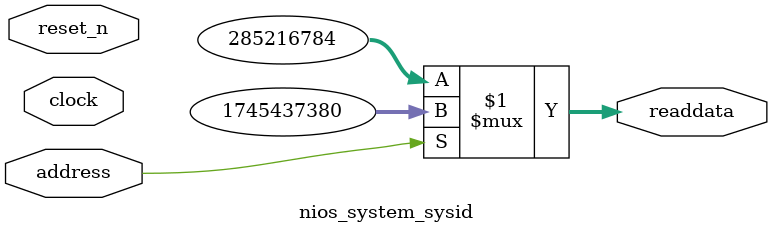
<source format=v>



// synthesis translate_off
`timescale 1ns / 1ps
// synthesis translate_on

// turn off superfluous verilog processor warnings 
// altera message_level Level1 
// altera message_off 10034 10035 10036 10037 10230 10240 10030 

module nios_system_sysid (
               // inputs:
                address,
                clock,
                reset_n,

               // outputs:
                readdata
             )
;

  output  [ 31: 0] readdata;
  input            address;
  input            clock;
  input            reset_n;

  wire    [ 31: 0] readdata;
  //control_slave, which is an e_avalon_slave
  assign readdata = address ? 1745437380 : 285216784;

endmodule



</source>
